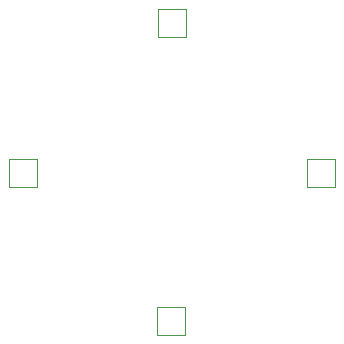
<source format=gbr>
%TF.GenerationSoftware,KiCad,Pcbnew,(5.99.0-11604-g878538abff)*%
%TF.CreationDate,2021-08-06T13:26:27+02:00*%
%TF.ProjectId,pixel-pump-motor-board,70697865-6c2d-4707-956d-702d6d6f746f,rev?*%
%TF.SameCoordinates,Original*%
%TF.FileFunction,Legend,Bot*%
%TF.FilePolarity,Positive*%
%FSLAX46Y46*%
G04 Gerber Fmt 4.6, Leading zero omitted, Abs format (unit mm)*
G04 Created by KiCad (PCBNEW (5.99.0-11604-g878538abff)) date 2021-08-06 13:26:27*
%MOMM*%
%LPD*%
G01*
G04 APERTURE LIST*
%ADD10C,0.120000*%
G04 APERTURE END LIST*
D10*
%TO.C,J11*%
X66313200Y-59950200D02*
X68713200Y-59950200D01*
X68713200Y-59950200D02*
X68713200Y-57550200D01*
X68713200Y-57550200D02*
X66313200Y-57550200D01*
X66313200Y-57550200D02*
X66313200Y-59950200D01*
%TO.C,J5*%
X93910000Y-59899400D02*
X93910000Y-57499400D01*
X91510000Y-57499400D02*
X91510000Y-59899400D01*
X91510000Y-59899400D02*
X93910000Y-59899400D01*
X93910000Y-57499400D02*
X91510000Y-57499400D01*
%TO.C,J8*%
X81210000Y-72447000D02*
X81210000Y-70047000D01*
X81210000Y-70047000D02*
X78810000Y-70047000D01*
X78810000Y-70047000D02*
X78810000Y-72447000D01*
X78810000Y-72447000D02*
X81210000Y-72447000D01*
%TO.C,J7*%
X81337000Y-44850200D02*
X78937000Y-44850200D01*
X78937000Y-44850200D02*
X78937000Y-47250200D01*
X81337000Y-47250200D02*
X81337000Y-44850200D01*
X78937000Y-47250200D02*
X81337000Y-47250200D01*
%TD*%
M02*

</source>
